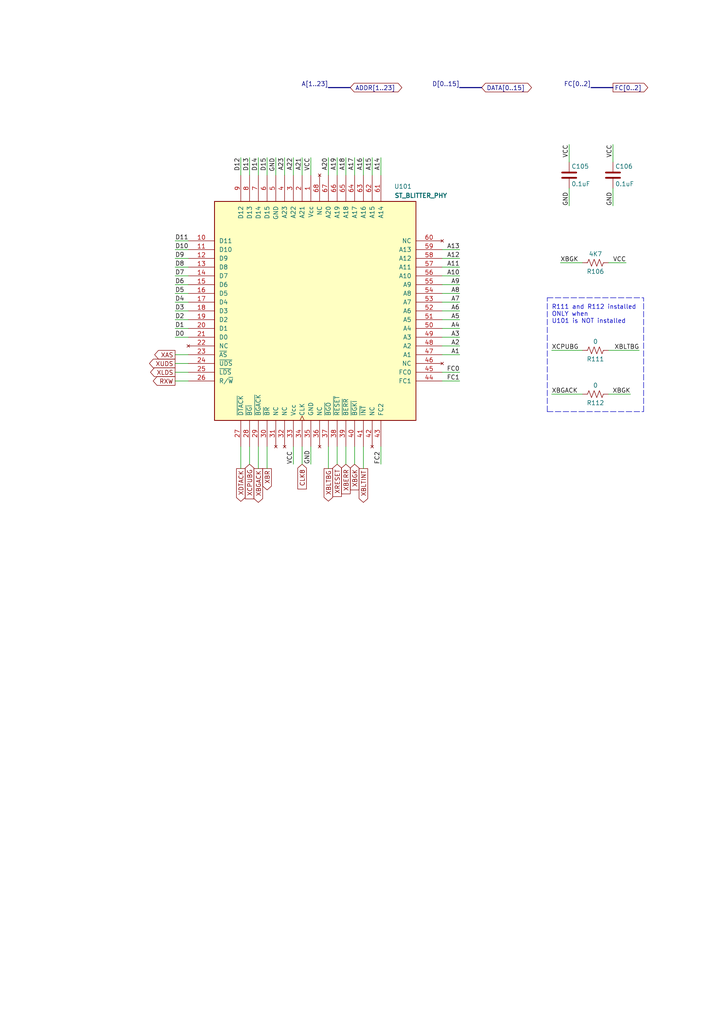
<source format=kicad_sch>
(kicad_sch (version 20230121) (generator eeschema)
  (paper "A4" portrait)
  (title_block (title "Converted schematics of Atari STE") (date "2021-08-31") (rev "1.0.0") (comment 1 "Reference : C300780-001"))
  (lib_symbols
    (symbol "Device:C" (pin_numbers hide) (pin_names (offset 0.254))
      (property "Reference" "C" (at 0.635 2.54 0))
      (property "Value" "C" (at 0.635 -2.54 0))
      (symbol "C_0_1"
        (polyline (pts (xy -2.032 -0.762) (xy 2.032 -0.762)) (stroke (width 0.508)))
        (polyline (pts (xy -2.032 0.762) (xy 2.032 0.762)) (stroke (width 0.508)))
      )
      (symbol "C_1_1"
        (pin passive line (at 0 3.81 270) (length 2.794) (name "~") (number "1"))
        (pin passive line (at 0 -3.81 90) (length 2.794) (name "~") (number "2"))
      )
    )
    (symbol "Device:R_US" (pin_numbers hide) (pin_names (offset 0))
      (property "Reference" "R" (at 2.54 0 90))
      (property "Value" "R_US" (at -2.54 0 90))
      (symbol "R_US_0_1"
        (polyline (pts (xy 0 -2.286) (xy 0 -2.54)))
        (polyline (pts (xy 0 2.286) (xy 0 2.54)))
        (polyline (pts (xy 0 -0.762) (xy 1.016 -1.143) (xy 0 -1.524) (xy -1.016 -1.905) (xy 0 -2.286)))
        (polyline (pts (xy 0 0.762) (xy 1.016 0.381) (xy 0 0) (xy -1.016 -0.381) (xy 0 -0.762)))
        (polyline (pts (xy 0 2.286) (xy 1.016 1.905) (xy 0 1.524) (xy -1.016 1.143) (xy 0 0.762)))
      )
      (symbol "R_US_1_1"
        (pin passive line (at 0 3.81 270) (length 1.27) (name "~") (number "1"))
        (pin passive line (at 0 -3.81 90) (length 1.27) (name "~") (number "2"))
      )
    )
    (symbol "st_blitter:ST_BLITTER_PHY" (pin_names (offset 1.27))
      (property "Reference" "U" (at 22.86 36.83 0))
      (property "Value" "ST_BLITTER_PHY" (at 22.86 34.29 0))
      (symbol "ST_BLITTER_PHY_0_0"
        (rectangle (start -29.21 31.75) (end 29.21 -31.75) (stroke (width 0.254)) (fill (type background)))
        (pin power_in line (at -1.27 39.37 270) (length 7.62) (name "Vcc") (number "1"))
        (pin bidirectional line (at -36.83 20.32 0) (length 7.62) (name "D11") (number "10"))
        (pin bidirectional line (at -36.83 17.78 0) (length 7.62) (name "D10") (number "11"))
        (pin bidirectional line (at -36.83 15.24 0) (length 7.62) (name "D9") (number "12"))
        (pin bidirectional line (at -36.83 12.7 0) (length 7.62) (name "D8") (number "13"))
        (pin bidirectional line (at -36.83 10.16 0) (length 7.62) (name "D7") (number "14"))
        (pin bidirectional line (at -36.83 7.62 0) (length 7.62) (name "D6") (number "15"))
        (pin bidirectional line (at -36.83 5.08 0) (length 7.62) (name "D5") (number "16"))
        (pin bidirectional line (at -36.83 2.54 0) (length 7.62) (name "D4") (number "17"))
        (pin bidirectional line (at -36.83 0 0) (length 7.62) (name "D3") (number "18"))
        (pin bidirectional line (at -36.83 -2.54 0) (length 7.62) (name "D2") (number "19"))
        (pin bidirectional line (at -3.81 39.37 270) (length 7.62) (name "A21") (number "2"))
        (pin bidirectional line (at -36.83 -5.08 0) (length 7.62) (name "D1") (number "20"))
        (pin bidirectional line (at -36.83 -7.62 0) (length 7.62) (name "D0") (number "21"))
        (pin no_connect line (at -36.83 -10.16 0) (length 7.62) (name "NC") (number "22"))
        (pin tri_state line (at -36.83 -12.7 0) (length 7.62) (name "~{AS}") (number "23"))
        (pin tri_state line (at -36.83 -15.24 0) (length 7.62) (name "~{UDS}") (number "24"))
        (pin tri_state line (at -36.83 -17.78 0) (length 7.62) (name "~{LDS}") (number "25"))
        (pin tri_state line (at -36.83 -20.32 0) (length 7.62) (name "R/~{W}") (number "26"))
        (pin tri_state line (at -21.59 -39.37 90) (length 7.62) (name "~{DTACK}") (number "27"))
        (pin input line (at -19.05 -39.37 90) (length 7.62) (name "~{BGI}") (number "28"))
        (pin output line (at -16.51 -39.37 90) (length 7.62) (name "~{BGACK}") (number "29"))
        (pin bidirectional line (at -6.35 39.37 270) (length 7.62) (name "A22") (number "3"))
        (pin tri_state line (at -13.97 -39.37 90) (length 7.62) (name "~{BR}") (number "30"))
        (pin no_connect line (at -11.43 -39.37 90) (length 7.62) (name "NC") (number "31"))
        (pin no_connect line (at -8.89 -39.37 90) (length 7.62) (name "NC") (number "32"))
        (pin power_in line (at -6.35 -39.37 90) (length 7.62) (name "Vcc") (number "33"))
        (pin input clock (at -3.81 -39.37 90) (length 7.62) (name "CLK") (number "34"))
        (pin power_in line (at -1.27 -39.37 90) (length 7.62) (name "GND") (number "35"))
        (pin no_connect line (at 1.27 -39.37 90) (length 7.62) (name "NC") (number "36"))
        (pin output line (at 3.81 -39.37 90) (length 7.62) (name "~{BGO}") (number "37"))
        (pin input line (at 6.35 -39.37 90) (length 7.62) (name "~{RESET}") (number "38"))
        (pin bidirectional line (at 8.89 -39.37 90) (length 7.62) (name "~{BERR}") (number "39"))
        (pin bidirectional line (at -8.89 39.37 270) (length 7.62) (name "A23") (number "4"))
        (pin input line (at 11.43 -39.37 90) (length 7.62) (name "~{BGKI}") (number "40"))
        (pin output line (at 13.97 -39.37 90) (length 7.62) (name "~{INT}") (number "41"))
        (pin no_connect line (at 16.51 -39.37 90) (length 7.62) (name "NC") (number "42"))
        (pin tri_state line (at 19.05 -39.37 90) (length 7.62) (name "FC2") (number "43"))
        (pin tri_state line (at 36.83 -20.32 180) (length 7.62) (name "FC1") (number "44"))
        (pin tri_state line (at 36.83 -17.78 180) (length 7.62) (name "FC0") (number "45"))
        (pin no_connect line (at 36.83 -15.24 180) (length 7.62) (name "NC") (number "46"))
        (pin bidirectional line (at 36.83 -12.7 180) (length 7.62) (name "A1") (number "47"))
        (pin bidirectional line (at 36.83 -10.16 180) (length 7.62) (name "A2") (number "48"))
        (pin bidirectional line (at 36.83 -7.62 180) (length 7.62) (name "A3") (number "49"))
        (pin power_in line (at -11.43 39.37 270) (length 7.62) (name "GND") (number "5"))
        (pin bidirectional line (at 36.83 -5.08 180) (length 7.62) (name "A4") (number "50"))
        (pin bidirectional line (at 36.83 -2.54 180) (length 7.62) (name "A5") (number "51"))
        (pin bidirectional line (at 36.83 0 180) (length 7.62) (name "A6") (number "52"))
        (pin bidirectional line (at 36.83 2.54 180) (length 7.62) (name "A7") (number "53"))
        (pin bidirectional line (at 36.83 5.08 180) (length 7.62) (name "A8") (number "54"))
        (pin bidirectional line (at 36.83 7.62 180) (length 7.62) (name "A9") (number "55"))
        (pin bidirectional line (at 36.83 10.16 180) (length 7.62) (name "A10") (number "56"))
        (pin bidirectional line (at 36.83 12.7 180) (length 7.62) (name "A11") (number "57"))
        (pin bidirectional line (at 36.83 15.24 180) (length 7.62) (name "A12") (number "58"))
        (pin bidirectional line (at 36.83 17.78 180) (length 7.62) (name "A13") (number "59"))
        (pin bidirectional line (at -13.97 39.37 270) (length 7.62) (name "D15") (number "6"))
        (pin no_connect line (at 36.83 20.32 180) (length 7.62) (name "NC") (number "60"))
        (pin bidirectional line (at 19.05 39.37 270) (length 7.62) (name "A14") (number "61"))
        (pin bidirectional line (at 16.51 39.37 270) (length 7.62) (name "A15") (number "62"))
        (pin bidirectional line (at 13.97 39.37 270) (length 7.62) (name "A16") (number "63"))
        (pin bidirectional line (at 11.43 39.37 270) (length 7.62) (name "A17") (number "64"))
        (pin bidirectional line (at 8.89 39.37 270) (length 7.62) (name "A18") (number "65"))
        (pin bidirectional line (at 6.35 39.37 270) (length 7.62) (name "A19") (number "66"))
        (pin bidirectional line (at 3.81 39.37 270) (length 7.62) (name "A20") (number "67"))
        (pin no_connect line (at 1.27 39.37 270) (length 7.62) (name "NC") (number "68"))
        (pin bidirectional line (at -16.51 39.37 270) (length 7.62) (name "D14") (number "7"))
        (pin bidirectional line (at -19.05 39.37 270) (length 7.62) (name "D13") (number "8"))
        (pin bidirectional line (at -21.59 39.37 270) (length 7.62) (name "D12") (number "9"))
      )
    )
  )
  (wire (pts (xy 74.93 129.54) (xy 74.93 135.89)))
  (wire (pts (xy 100.33 129.54) (xy 100.33 134.62)))
  (polyline (pts (xy 158.75 119.38) (xy 186.69 119.38)) (stroke (width 0) (type dash)))
  (wire (pts (xy 160.02 101.6) (xy 168.91 101.6)))
  (wire (pts (xy 77.47 45.72) (xy 77.47 50.8)))
  (wire (pts (xy 50.8 110.49) (xy 54.61 110.49)))
  (wire (pts (xy 50.8 74.93) (xy 54.61 74.93)))
  (wire (pts (xy 90.17 134.62) (xy 90.17 129.54)))
  (wire (pts (xy 128.27 110.49) (xy 133.35 110.49)))
  (wire (pts (xy 87.63 134.62) (xy 87.63 129.54)))
  (wire (pts (xy 128.27 100.33) (xy 133.35 100.33)))
  (wire (pts (xy 105.41 45.72) (xy 105.41 50.8)))
  (wire (pts (xy 177.8 54.61) (xy 177.8 59.69)))
  (polyline (pts (xy 186.69 119.38) (xy 186.69 86.36)) (stroke (width 0) (type dash)))
  (wire (pts (xy 50.8 77.47) (xy 54.61 77.47)))
  (wire (pts (xy 50.8 92.71) (xy 54.61 92.71)))
  (wire (pts (xy 97.79 45.72) (xy 97.79 50.8)))
  (wire (pts (xy 69.85 129.54) (xy 69.85 135.89)))
  (wire (pts (xy 50.8 102.87) (xy 54.61 102.87)))
  (wire (pts (xy 128.27 80.01) (xy 133.35 80.01)))
  (wire (pts (xy 69.85 45.72) (xy 69.85 50.8)))
  (wire (pts (xy 128.27 92.71) (xy 133.35 92.71)))
  (wire (pts (xy 97.79 134.62) (xy 97.79 129.54)))
  (bus (pts (xy 133.35 25.4) (xy 139.7 25.4)))
  (wire (pts (xy 105.41 129.54) (xy 105.41 135.89)))
  (wire (pts (xy 128.27 85.09) (xy 133.35 85.09)))
  (wire (pts (xy 102.87 134.62) (xy 102.87 129.54)))
  (wire (pts (xy 128.27 107.95) (xy 133.35 107.95)))
  (wire (pts (xy 50.8 87.63) (xy 54.61 87.63)))
  (wire (pts (xy 128.27 90.17) (xy 133.35 90.17)))
  (wire (pts (xy 50.8 69.85) (xy 54.61 69.85)))
  (wire (pts (xy 128.27 87.63) (xy 133.35 87.63)))
  (wire (pts (xy 50.8 105.41) (xy 54.61 105.41)))
  (bus (pts (xy 171.45 25.4) (xy 177.8 25.4)))
  (wire (pts (xy 50.8 82.55) (xy 54.61 82.55)))
  (wire (pts (xy 50.8 97.79) (xy 54.61 97.79)))
  (wire (pts (xy 50.8 80.01) (xy 54.61 80.01)))
  (wire (pts (xy 165.1 59.69) (xy 165.1 54.61)))
  (wire (pts (xy 90.17 45.72) (xy 90.17 50.8)))
  (wire (pts (xy 165.1 46.99) (xy 165.1 41.91)))
  (wire (pts (xy 176.53 76.2) (xy 181.61 76.2)))
  (wire (pts (xy 128.27 77.47) (xy 133.35 77.47)))
  (wire (pts (xy 85.09 134.62) (xy 85.09 129.54)))
  (wire (pts (xy 128.27 102.87) (xy 133.35 102.87)))
  (wire (pts (xy 177.8 46.99) (xy 177.8 41.91)))
  (wire (pts (xy 87.63 45.72) (xy 87.63 50.8)))
  (wire (pts (xy 107.95 45.72) (xy 107.95 50.8)))
  (wire (pts (xy 102.87 45.72) (xy 102.87 50.8)))
  (wire (pts (xy 128.27 72.39) (xy 133.35 72.39)))
  (wire (pts (xy 77.47 129.54) (xy 77.47 135.89)))
  (wire (pts (xy 100.33 45.72) (xy 100.33 50.8)))
  (wire (pts (xy 95.25 45.72) (xy 95.25 50.8)))
  (wire (pts (xy 72.39 129.54) (xy 72.39 134.62)))
  (wire (pts (xy 50.8 72.39) (xy 54.61 72.39)))
  (wire (pts (xy 128.27 74.93) (xy 133.35 74.93)))
  (wire (pts (xy 82.55 45.72) (xy 82.55 50.8)))
  (wire (pts (xy 50.8 95.25) (xy 54.61 95.25)))
  (wire (pts (xy 50.8 85.09) (xy 54.61 85.09)))
  (wire (pts (xy 162.56 76.2) (xy 168.91 76.2)))
  (wire (pts (xy 110.49 134.62) (xy 110.49 129.54)))
  (wire (pts (xy 50.8 90.17) (xy 54.61 90.17)))
  (wire (pts (xy 128.27 95.25) (xy 133.35 95.25)))
  (wire (pts (xy 72.39 45.72) (xy 72.39 50.8)))
  (wire (pts (xy 176.53 114.3) (xy 182.88 114.3)))
  (bus (pts (xy 95.25 25.4) (xy 101.6 25.4)))
  (wire (pts (xy 50.8 107.95) (xy 54.61 107.95)))
  (wire (pts (xy 110.49 45.72) (xy 110.49 50.8)))
  (wire (pts (xy 128.27 97.79) (xy 133.35 97.79)))
  (wire (pts (xy 95.25 129.54) (xy 95.25 135.89)))
  (wire (pts (xy 80.01 45.72) (xy 80.01 50.8)))
  (wire (pts (xy 160.02 114.3) (xy 168.91 114.3)))
  (wire (pts (xy 128.27 82.55) (xy 133.35 82.55)))
  (polyline (pts (xy 158.75 119.38) (xy 158.75 86.36)) (stroke (width 0) (type dash)))
  (wire (pts (xy 74.93 45.72) (xy 74.93 50.8)))
  (wire (pts (xy 85.09 45.72) (xy 85.09 50.8)))
  (wire (pts (xy 176.53 101.6) (xy 185.42 101.6)))
  (polyline (pts (xy 158.75 86.36) (xy 186.69 86.36)) (stroke (width 0) (type dash)))
  (text "R111 and R112 installed\nONLY when \nU101 is NOT installed" (at 160.02 93.98 0) (effects (font (size 1.27 1.27)) (justify left bottom)))
  (label "A19" (at 97.79 45.72 270))
  (label "A17" (at 102.87 45.72 270))
  (label "VCC" (at 177.8 41.91 270))
  (label "FC1" (at 133.35 110.49 180))
  (label "A6" (at 133.35 90.17 180))
  (label "D14" (at 74.93 45.72 270))
  (label "D15" (at 77.47 45.72 270))
  (label "VCC" (at 85.09 134.62 90))
  (label "GND" (at 177.8 59.69 90))
  (label "VCC" (at 90.17 45.72 270))
  (label "D8" (at 50.8 77.47 0))
  (label "A9" (at 133.35 82.55 180))
  (label "XBGK" (at 162.56 76.2 0))
  (label "D2" (at 50.8 92.71 0))
  (label "A5" (at 133.35 92.71 180))
  (label "D11" (at 50.8 69.85 0))
  (label "A1" (at 133.35 102.87 180))
  (label "D10" (at 50.8 72.39 0))
  (label "FC2" (at 110.49 134.62 90))
  (label "D13" (at 72.39 45.72 270))
  (label "D[0..15]" (at 133.35 25.4 180))
  (label "VCC" (at 165.1 41.91 270))
  (label "A[1..23]" (at 95.25 25.4 180))
  (label "FC0" (at 133.35 107.95 180))
  (label "D3" (at 50.8 90.17 0))
  (label "D0" (at 50.8 97.79 0))
  (label "A22" (at 85.09 45.72 270))
  (label "D7" (at 50.8 80.01 0))
  (label "D4" (at 50.8 87.63 0))
  (label "XBGACK" (at 160.02 114.3 0))
  (label "A8" (at 133.35 85.09 180))
  (label "GND" (at 80.01 45.72 270))
  (label "XCPUBG" (at 160.02 101.6 0))
  (label "D5" (at 50.8 85.09 0))
  (label "A10" (at 133.35 80.01 180))
  (label "A21" (at 87.63 45.72 270))
  (label "GND" (at 165.1 59.69 90))
  (label "GND" (at 90.17 134.62 90))
  (label "VCC" (at 181.61 76.2 180))
  (label "D1" (at 50.8 95.25 0))
  (label "XBLTBG" (at 185.42 101.6 180))
  (label "A14" (at 110.49 45.72 270))
  (label "D6" (at 50.8 82.55 0))
  (label "A7" (at 133.35 87.63 180))
  (label "A4" (at 133.35 95.25 180))
  (label "XBGK" (at 182.88 114.3 180))
  (label "A20" (at 95.25 45.72 270))
  (label "A13" (at 133.35 72.39 180))
  (label "A16" (at 105.41 45.72 270))
  (label "FC[0..2]" (at 171.45 25.4 180))
  (label "A12" (at 133.35 74.93 180))
  (label "A2" (at 133.35 100.33 180))
  (label "D9" (at 50.8 74.93 0))
  (label "D12" (at 69.85 45.72 270))
  (label "A23" (at 82.55 45.72 270))
  (label "A18" (at 100.33 45.72 270))
  (label "A11" (at 133.35 77.47 180))
  (label "A15" (at 107.95 45.72 270))
  (label "A3" (at 133.35 97.79 180))
  (global_label "RXW" (shape output) (at 50.8 110.49 180) (property "Intersheetrefs" "${INTERSHEET_REFS}" (effects hide)))
  (global_label "XCPUBG" (shape input) (at 72.39 134.62 270) (property "Intersheetrefs" "${INTERSHEET_REFS}" (effects hide)))
  (global_label "XUDS" (shape output) (at 50.8 105.41 180) (property "Intersheetrefs" "${INTERSHEET_REFS}" (effects hide)))
  (global_label "XLDS" (shape output) (at 50.8 107.95 180) (property "Intersheetrefs" "${INTERSHEET_REFS}" (effects hide)))
  (global_label "DATA[0..15]" (shape bidirectional) (at 139.7 25.4 0) (property "Intersheetrefs" "${INTERSHEET_REFS}" (effects hide)))
  (global_label "XBLTBG" (shape output) (at 95.25 135.89 270) (property "Intersheetrefs" "${INTERSHEET_REFS}" (effects hide)))
  (global_label "XAS" (shape output) (at 50.8 102.87 180) (property "Intersheetrefs" "${INTERSHEET_REFS}" (effects hide)))
  (global_label "XBGACK" (shape output) (at 74.93 135.89 270) (property "Intersheetrefs" "${INTERSHEET_REFS}" (effects hide)))
  (global_label "XDTACK" (shape output) (at 69.85 135.89 270) (property "Intersheetrefs" "${INTERSHEET_REFS}" (effects hide)))
  (global_label "XBLTINT" (shape output) (at 105.41 135.89 270) (property "Intersheetrefs" "${INTERSHEET_REFS}" (effects hide)))
  (global_label "FC[0..2]" (shape output) (at 177.8 25.4 0) (property "Intersheetrefs" "${INTERSHEET_REFS}" (effects hide)))
  (global_label "XBR" (shape output) (at 77.47 135.89 270) (property "Intersheetrefs" "${INTERSHEET_REFS}" (effects hide)))
  (global_label "CLK8" (shape input) (at 87.63 134.62 270) (property "Intersheetrefs" "${INTERSHEET_REFS}" (effects hide)))
  (global_label "XRESET" (shape input) (at 97.79 134.62 270) (property "Intersheetrefs" "${INTERSHEET_REFS}" (effects hide)))
  (global_label "XBGK" (shape input) (at 102.87 134.62 270) (property "Intersheetrefs" "${INTERSHEET_REFS}" (effects hide)))
  (global_label "XBERR" (shape input) (at 100.33 134.62 270) (property "Intersheetrefs" "${INTERSHEET_REFS}" (effects hide)))
  (global_label "ADDR[1..23]" (shape bidirectional) (at 101.6 25.4 0) (property "Intersheetrefs" "${INTERSHEET_REFS}" (effects hide)))
  (symbol (lib_id "st_blitter:ST_BLITTER_PHY") (at 91.44 90.17 0) (unit 1)
    (property "Reference" "U101" (at 114.3 53.34 0) (effects (justify left top)))
    (property "Value" "ST_BLITTER_PHY" (at 114.3 55.88 0) (effects (font bold) (justify left top)))
    (property "Footprint" "Package_LCC:PLCC-68_THT-Socket" (effects hide))
  )
  (symbol (lib_id "Device:R_US") (at 172.72 101.6 270) (unit 1)
    (property "Reference" "R111" (at 172.72 104.14 90))
    (property "Value" "0" (at 172.72 99.06 90))
    (property "Footprint" "commons_passives_THT:Passive_THT_resistor_W2.54mm_L12.70mm" (effects hide))
  )
  (symbol (lib_id "Device:R_US") (at 172.72 114.3 270) (unit 1)
    (property "Reference" "R112" (at 172.72 116.84 90))
    (property "Value" "0" (at 172.72 111.76 90))
    (property "Footprint" "commons_passives_THT:Passive_THT_resistor_W2.54mm_L12.70mm" (effects hide))
  )
  (symbol (lib_id "Device:R_US") (at 172.72 76.2 270) (unit 1)
    (property "Reference" "R106" (at 172.72 78.74 90))
    (property "Value" "4K7" (at 172.72 73.66 90))
    (property "Footprint" "commons_passives_THT:Passive_THT_resistor_W2.54mm_L12.70mm" (effects hide))
  )
  (symbol (lib_id "Device:C") (at 177.8 50.8 0) (unit 1)
    (property "Reference" "C106" (at 178.435 48.26 0) (effects (justify left)))
    (property "Value" "0.1uF" (at 178.435 53.34 0) (effects (justify left)))
    (property "Footprint" "commons_passives_THT:Passive_THT_capacitor_mlcc_W2.54mm_L7.62mm" (effects hide))
  )
  (symbol (lib_id "Device:C") (at 165.1 50.8 0) (unit 1)
    (property "Reference" "C105" (at 165.735 48.26 0) (effects (justify left)))
    (property "Value" "0.1uF" (at 165.735 53.34 0) (effects (justify left)))
    (property "Footprint" "commons_passives_THT:Passive_THT_capacitor_mlcc_W2.54mm_L7.62mm" (effects hide))
  )
)
</source>
